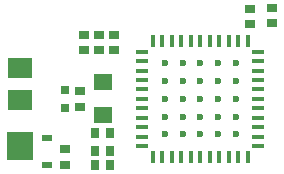
<source format=gbr>
G04 EAGLE Gerber RS-274X export*
G75*
%MOMM*%
%FSLAX34Y34*%
%LPD*%
%INSolderpaste Top*%
%IPPOS*%
%AMOC8*
5,1,8,0,0,1.08239X$1,22.5*%
G01*
%ADD10R,0.900000X0.700000*%
%ADD11R,1.600000X1.400000*%
%ADD12R,0.700000X0.900000*%
%ADD13R,2.006600X1.701800*%
%ADD14R,0.800000X0.800000*%
%ADD15R,1.000000X0.360000*%
%ADD16R,0.360000X1.000000*%
%ADD17C,0.600000*%
%ADD18R,1.270000X0.635000*%
%ADD19R,2.286000X2.438400*%
%ADD20R,0.830000X0.630000*%


D10*
X104775Y143025D03*
X104775Y130025D03*
X76200Y95400D03*
X76200Y82400D03*
D11*
X95250Y74900D03*
X95250Y102900D03*
D12*
X88750Y44450D03*
X101750Y44450D03*
D10*
X92075Y143025D03*
X92075Y130025D03*
D13*
X25527Y88265D03*
X25273Y114935D03*
D10*
X238379Y165758D03*
X238379Y152758D03*
X219710Y165250D03*
X219710Y152250D03*
D14*
X63500Y81400D03*
X63500Y96400D03*
D12*
X88750Y60452D03*
X101750Y60452D03*
D15*
X226800Y88900D03*
X226800Y96900D03*
X226800Y104900D03*
X226800Y112900D03*
X226800Y120900D03*
X226800Y128900D03*
X226800Y48900D03*
X226800Y56900D03*
X226800Y64900D03*
X226800Y72900D03*
X226800Y80900D03*
D16*
X177800Y137900D03*
X169800Y137900D03*
X161800Y137900D03*
X153800Y137900D03*
X145800Y137900D03*
X137800Y137900D03*
X217800Y137900D03*
X209800Y137900D03*
X201800Y137900D03*
X193800Y137900D03*
X185800Y137900D03*
D15*
X128800Y88900D03*
X128800Y80900D03*
X128800Y72900D03*
X128800Y64900D03*
X128800Y56900D03*
X128800Y48900D03*
X128800Y128900D03*
X128800Y120900D03*
X128800Y112900D03*
X128800Y104900D03*
X128800Y96900D03*
D16*
X177800Y39900D03*
X185800Y39900D03*
X193800Y39900D03*
X201800Y39900D03*
X209800Y39900D03*
X217800Y39900D03*
X137800Y39900D03*
X145800Y39900D03*
X153800Y39900D03*
X161800Y39900D03*
X169800Y39900D03*
D17*
X147800Y118900D03*
X147800Y103900D03*
X147800Y88900D03*
X147800Y73900D03*
X147800Y58900D03*
X162800Y118900D03*
X162800Y103900D03*
X162800Y88900D03*
X162800Y73900D03*
X162800Y58900D03*
X177800Y118900D03*
X177800Y103900D03*
X177800Y88900D03*
X177800Y73900D03*
X177800Y58900D03*
X192800Y118900D03*
X192800Y103900D03*
X192800Y88900D03*
X192800Y73900D03*
X192800Y58900D03*
X207800Y118900D03*
X207800Y103900D03*
X207800Y88900D03*
X207800Y73900D03*
X207800Y58900D03*
D18*
X25400Y53332D03*
X25400Y45094D03*
D19*
X25400Y49213D03*
D20*
X47625Y55950D03*
X47625Y32950D03*
D10*
X63500Y46188D03*
X63500Y33188D03*
X79375Y130025D03*
X79375Y143025D03*
D12*
X88750Y33339D03*
X101750Y33339D03*
M02*

</source>
